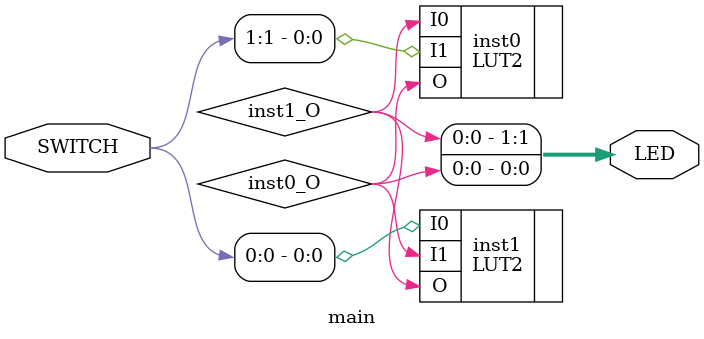
<source format=v>
module main (input [0:1] SWITCH, output [0:1] LED);
wire inst0_O;
wire inst1_O;
LUT2 #(.INIT(4'h1)) inst0 (.I0(inst1_O), .I1(SWITCH[1]), .O(inst0_O));
LUT2 #(.INIT(4'h1)) inst1 (.I0(SWITCH[0]), .I1(inst0_O), .O(inst1_O));
assign LED = {inst1_O, inst0_O};
endmodule


</source>
